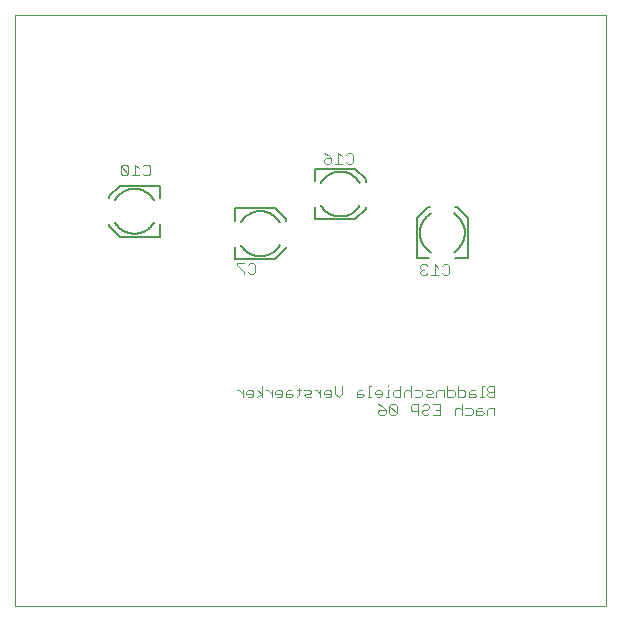
<source format=gbo>
G75*
%MOIN*%
%OFA0B0*%
%FSLAX25Y25*%
%IPPOS*%
%LPD*%
%AMOC8*
5,1,8,0,0,1.08239X$1,22.5*
%
%ADD10C,0.00394*%
%ADD11C,0.00300*%
%ADD12C,0.00800*%
D10*
X0001800Y0001800D02*
X0001800Y0198650D01*
X0198650Y0198650D01*
X0198650Y0001800D01*
X0001800Y0001800D01*
D11*
X0075690Y0073668D02*
X0076297Y0073668D01*
X0077510Y0072455D01*
X0078709Y0072455D02*
X0081135Y0072455D01*
X0081135Y0073061D02*
X0080529Y0073668D01*
X0079315Y0073668D01*
X0078709Y0073061D01*
X0078709Y0072455D01*
X0079315Y0071241D02*
X0080529Y0071241D01*
X0081135Y0071848D01*
X0081135Y0073061D01*
X0082336Y0073668D02*
X0084156Y0072455D01*
X0082336Y0071241D01*
X0084156Y0071241D02*
X0084156Y0074881D01*
X0085357Y0073668D02*
X0085964Y0073668D01*
X0087177Y0072455D01*
X0088376Y0072455D02*
X0090802Y0072455D01*
X0090802Y0073061D02*
X0090196Y0073668D01*
X0088982Y0073668D01*
X0088376Y0073061D01*
X0088376Y0072455D01*
X0088982Y0071241D02*
X0090196Y0071241D01*
X0090802Y0071848D01*
X0090802Y0073061D01*
X0092001Y0073061D02*
X0092001Y0071241D01*
X0093821Y0071241D01*
X0094428Y0071848D01*
X0093821Y0072455D01*
X0092001Y0072455D01*
X0092001Y0073061D02*
X0092607Y0073668D01*
X0093821Y0073668D01*
X0095631Y0073668D02*
X0096844Y0073668D01*
X0096238Y0074275D02*
X0096238Y0071848D01*
X0095631Y0071241D01*
X0098043Y0071848D02*
X0098649Y0072455D01*
X0099863Y0072455D01*
X0100469Y0073061D01*
X0099863Y0073668D01*
X0098043Y0073668D01*
X0098043Y0071848D02*
X0098649Y0071241D01*
X0100469Y0071241D01*
X0101670Y0073668D02*
X0102277Y0073668D01*
X0103490Y0072455D01*
X0104689Y0072455D02*
X0107115Y0072455D01*
X0107115Y0073061D02*
X0106509Y0073668D01*
X0105295Y0073668D01*
X0104689Y0073061D01*
X0104689Y0072455D01*
X0105295Y0071241D02*
X0106509Y0071241D01*
X0107115Y0071848D01*
X0107115Y0073061D01*
X0108314Y0072455D02*
X0108314Y0074881D01*
X0108314Y0072455D02*
X0109527Y0071241D01*
X0110741Y0072455D01*
X0110741Y0074881D01*
X0115564Y0073061D02*
X0115564Y0071241D01*
X0117384Y0071241D01*
X0117991Y0071848D01*
X0117384Y0072455D01*
X0115564Y0072455D01*
X0115564Y0073061D02*
X0116171Y0073668D01*
X0117384Y0073668D01*
X0119801Y0074881D02*
X0119801Y0071241D01*
X0120408Y0071241D02*
X0119194Y0071241D01*
X0121606Y0072455D02*
X0124033Y0072455D01*
X0124033Y0073061D02*
X0123426Y0073668D01*
X0122213Y0073668D01*
X0121606Y0073061D01*
X0121606Y0072455D01*
X0122213Y0071241D02*
X0123426Y0071241D01*
X0124033Y0071848D01*
X0124033Y0073061D01*
X0125843Y0073668D02*
X0125843Y0071241D01*
X0126450Y0071241D02*
X0125236Y0071241D01*
X0127648Y0071848D02*
X0127648Y0073061D01*
X0128255Y0073668D01*
X0130075Y0073668D01*
X0130075Y0074881D02*
X0130075Y0071241D01*
X0128255Y0071241D01*
X0127648Y0071848D01*
X0126450Y0073668D02*
X0125843Y0073668D01*
X0125843Y0074881D02*
X0125843Y0075488D01*
X0120408Y0074881D02*
X0119801Y0074881D01*
X0122814Y0068976D02*
X0124028Y0068369D01*
X0125241Y0067156D01*
X0123421Y0067156D01*
X0122814Y0066549D01*
X0122814Y0065943D01*
X0123421Y0065336D01*
X0124634Y0065336D01*
X0125241Y0065943D01*
X0125241Y0067156D01*
X0126440Y0068369D02*
X0126440Y0065943D01*
X0127046Y0065336D01*
X0128260Y0065336D01*
X0128866Y0065943D01*
X0126440Y0068369D01*
X0127046Y0068976D01*
X0128260Y0068976D01*
X0128866Y0068369D01*
X0128866Y0065943D01*
X0133690Y0067156D02*
X0133690Y0068369D01*
X0134297Y0068976D01*
X0136117Y0068976D01*
X0136117Y0065336D01*
X0136117Y0066549D02*
X0134297Y0066549D01*
X0133690Y0067156D01*
X0137315Y0066549D02*
X0137315Y0065943D01*
X0137922Y0065336D01*
X0139135Y0065336D01*
X0139742Y0065943D01*
X0140940Y0065336D02*
X0143367Y0065336D01*
X0143367Y0068976D01*
X0140940Y0068976D01*
X0139742Y0068369D02*
X0139742Y0067763D01*
X0139135Y0067156D01*
X0137922Y0067156D01*
X0137315Y0066549D01*
X0137315Y0068369D02*
X0137922Y0068976D01*
X0139135Y0068976D01*
X0139742Y0068369D01*
X0142153Y0067156D02*
X0143367Y0067156D01*
X0144575Y0071241D02*
X0144575Y0073668D01*
X0142755Y0073668D01*
X0142148Y0073061D01*
X0142148Y0071241D01*
X0140950Y0071241D02*
X0139130Y0071241D01*
X0138523Y0071848D01*
X0139130Y0072455D01*
X0140343Y0072455D01*
X0140950Y0073061D01*
X0140343Y0073668D01*
X0138523Y0073668D01*
X0137325Y0073061D02*
X0137325Y0071848D01*
X0136718Y0071241D01*
X0134898Y0071241D01*
X0133700Y0071241D02*
X0133700Y0074881D01*
X0133093Y0073668D02*
X0131880Y0073668D01*
X0131273Y0073061D01*
X0131273Y0071241D01*
X0133700Y0073061D02*
X0133093Y0073668D01*
X0134898Y0073668D02*
X0136718Y0073668D01*
X0137325Y0073061D01*
X0145774Y0073668D02*
X0147594Y0073668D01*
X0148200Y0073061D01*
X0148200Y0071848D01*
X0147594Y0071241D01*
X0145774Y0071241D01*
X0145774Y0074881D01*
X0149399Y0074881D02*
X0149399Y0071241D01*
X0151219Y0071241D01*
X0151825Y0071848D01*
X0151825Y0073061D01*
X0151219Y0073668D01*
X0149399Y0073668D01*
X0153024Y0073061D02*
X0153024Y0071241D01*
X0154844Y0071241D01*
X0155451Y0071848D01*
X0154844Y0072455D01*
X0153024Y0072455D01*
X0153024Y0073061D02*
X0153631Y0073668D01*
X0154844Y0073668D01*
X0157261Y0074881D02*
X0157261Y0071241D01*
X0157867Y0071241D02*
X0156654Y0071241D01*
X0159066Y0071848D02*
X0159672Y0071241D01*
X0161493Y0071241D01*
X0161493Y0074881D01*
X0159672Y0074881D01*
X0159066Y0074275D01*
X0159066Y0073668D01*
X0159672Y0073061D01*
X0161493Y0073061D01*
X0159672Y0073061D02*
X0159066Y0072455D01*
X0159066Y0071848D01*
X0157867Y0074881D02*
X0157261Y0074881D01*
X0157261Y0067763D02*
X0156047Y0067763D01*
X0155441Y0067156D01*
X0155441Y0065336D01*
X0157261Y0065336D01*
X0157867Y0065943D01*
X0157261Y0066549D01*
X0155441Y0066549D01*
X0154242Y0065943D02*
X0153636Y0065336D01*
X0151816Y0065336D01*
X0150617Y0065336D02*
X0150617Y0068976D01*
X0150010Y0067763D02*
X0148797Y0067763D01*
X0148190Y0067156D01*
X0148190Y0065336D01*
X0150617Y0067156D02*
X0150010Y0067763D01*
X0151816Y0067763D02*
X0153636Y0067763D01*
X0154242Y0067156D01*
X0154242Y0065943D01*
X0159066Y0065336D02*
X0159066Y0067156D01*
X0159672Y0067763D01*
X0161493Y0067763D01*
X0161493Y0065336D01*
X0145768Y0111911D02*
X0144554Y0111911D01*
X0143948Y0112517D01*
X0142749Y0111911D02*
X0140323Y0111911D01*
X0141536Y0111911D02*
X0141536Y0115551D01*
X0142749Y0114337D01*
X0143948Y0114944D02*
X0144554Y0115551D01*
X0145768Y0115551D01*
X0146374Y0114944D01*
X0146374Y0112517D01*
X0145768Y0111911D01*
X0139124Y0112517D02*
X0138517Y0111911D01*
X0137304Y0111911D01*
X0136697Y0112517D01*
X0136697Y0113124D01*
X0137304Y0113731D01*
X0137911Y0113731D01*
X0137304Y0113731D02*
X0136697Y0114337D01*
X0136697Y0114944D01*
X0137304Y0115551D01*
X0138517Y0115551D01*
X0139124Y0114944D01*
X0113730Y0149076D02*
X0112516Y0149076D01*
X0111910Y0149683D01*
X0110711Y0149076D02*
X0108285Y0149076D01*
X0109498Y0149076D02*
X0109498Y0152716D01*
X0110711Y0151503D01*
X0111910Y0152109D02*
X0112516Y0152716D01*
X0113730Y0152716D01*
X0114336Y0152109D01*
X0114336Y0149683D01*
X0113730Y0149076D01*
X0107086Y0149683D02*
X0106480Y0149076D01*
X0105266Y0149076D01*
X0104659Y0149683D01*
X0104659Y0150289D01*
X0105266Y0150896D01*
X0107086Y0150896D01*
X0107086Y0149683D01*
X0107086Y0150896D02*
X0105873Y0152109D01*
X0104659Y0152716D01*
X0081089Y0115905D02*
X0079876Y0115905D01*
X0079269Y0115298D01*
X0078070Y0115905D02*
X0075644Y0115905D01*
X0075644Y0115298D01*
X0078070Y0112872D01*
X0078070Y0112265D01*
X0079269Y0112872D02*
X0079876Y0112265D01*
X0081089Y0112265D01*
X0081696Y0112872D01*
X0081696Y0115298D01*
X0081089Y0115905D01*
X0046611Y0145785D02*
X0046004Y0145178D01*
X0044791Y0145178D01*
X0044184Y0145785D01*
X0042985Y0145178D02*
X0040559Y0145178D01*
X0041772Y0145178D02*
X0041772Y0148818D01*
X0042985Y0147605D01*
X0044184Y0148212D02*
X0044791Y0148818D01*
X0046004Y0148818D01*
X0046611Y0148212D01*
X0046611Y0145785D01*
X0039360Y0145785D02*
X0036934Y0148212D01*
X0036934Y0145785D01*
X0037540Y0145178D01*
X0038754Y0145178D01*
X0039360Y0145785D01*
X0039360Y0148212D01*
X0038754Y0148818D01*
X0037540Y0148818D01*
X0036934Y0148212D01*
X0077510Y0073668D02*
X0077510Y0071241D01*
X0087177Y0071241D02*
X0087177Y0073668D01*
X0103490Y0073668D02*
X0103490Y0071241D01*
D12*
X0088335Y0117351D02*
X0074950Y0117351D01*
X0074950Y0121485D01*
X0074950Y0130146D02*
X0074950Y0134280D01*
X0088335Y0134280D01*
X0091879Y0130737D01*
X0091879Y0129950D01*
X0091879Y0121485D02*
X0091879Y0120894D01*
X0088335Y0117351D01*
X0089910Y0129556D02*
X0089817Y0129713D01*
X0089720Y0129868D01*
X0089620Y0130021D01*
X0089515Y0130171D01*
X0089407Y0130318D01*
X0089296Y0130463D01*
X0089181Y0130605D01*
X0089062Y0130744D01*
X0088940Y0130881D01*
X0088815Y0131014D01*
X0088687Y0131144D01*
X0088555Y0131271D01*
X0088421Y0131395D01*
X0088283Y0131515D01*
X0088143Y0131632D01*
X0088000Y0131746D01*
X0087854Y0131856D01*
X0087705Y0131962D01*
X0087554Y0132065D01*
X0087401Y0132164D01*
X0087245Y0132259D01*
X0087086Y0132351D01*
X0086926Y0132438D01*
X0086764Y0132522D01*
X0086599Y0132602D01*
X0086433Y0132677D01*
X0086265Y0132749D01*
X0086095Y0132816D01*
X0085923Y0132880D01*
X0085750Y0132939D01*
X0085576Y0132993D01*
X0085400Y0133044D01*
X0085224Y0133090D01*
X0085046Y0133132D01*
X0084867Y0133170D01*
X0084687Y0133203D01*
X0084507Y0133232D01*
X0084326Y0133256D01*
X0084144Y0133276D01*
X0083962Y0133292D01*
X0083779Y0133303D01*
X0083597Y0133310D01*
X0083414Y0133312D01*
X0083231Y0133310D01*
X0083049Y0133303D01*
X0082866Y0133292D01*
X0082684Y0133276D01*
X0082502Y0133256D01*
X0082321Y0133232D01*
X0082141Y0133203D01*
X0081961Y0133170D01*
X0081782Y0133132D01*
X0081604Y0133090D01*
X0081428Y0133044D01*
X0081252Y0132993D01*
X0081078Y0132939D01*
X0080905Y0132880D01*
X0080733Y0132816D01*
X0080563Y0132749D01*
X0080395Y0132677D01*
X0080229Y0132602D01*
X0080064Y0132522D01*
X0079902Y0132438D01*
X0079742Y0132351D01*
X0079583Y0132259D01*
X0079427Y0132164D01*
X0079274Y0132065D01*
X0079123Y0131962D01*
X0078974Y0131856D01*
X0078828Y0131746D01*
X0078685Y0131632D01*
X0078545Y0131515D01*
X0078407Y0131395D01*
X0078273Y0131271D01*
X0078141Y0131144D01*
X0078013Y0131014D01*
X0077888Y0130881D01*
X0077766Y0130744D01*
X0077647Y0130605D01*
X0077532Y0130463D01*
X0077421Y0130318D01*
X0077313Y0130171D01*
X0077208Y0130021D01*
X0077108Y0129868D01*
X0077011Y0129713D01*
X0076918Y0129556D01*
X0076918Y0122076D02*
X0077011Y0121919D01*
X0077108Y0121764D01*
X0077208Y0121611D01*
X0077313Y0121461D01*
X0077421Y0121314D01*
X0077532Y0121169D01*
X0077647Y0121027D01*
X0077766Y0120888D01*
X0077888Y0120751D01*
X0078013Y0120618D01*
X0078141Y0120488D01*
X0078273Y0120361D01*
X0078407Y0120237D01*
X0078545Y0120117D01*
X0078685Y0120000D01*
X0078828Y0119886D01*
X0078974Y0119776D01*
X0079123Y0119670D01*
X0079274Y0119567D01*
X0079427Y0119468D01*
X0079583Y0119373D01*
X0079742Y0119281D01*
X0079902Y0119194D01*
X0080064Y0119110D01*
X0080229Y0119030D01*
X0080395Y0118955D01*
X0080563Y0118883D01*
X0080733Y0118816D01*
X0080905Y0118752D01*
X0081078Y0118693D01*
X0081252Y0118639D01*
X0081428Y0118588D01*
X0081604Y0118542D01*
X0081782Y0118500D01*
X0081961Y0118462D01*
X0082141Y0118429D01*
X0082321Y0118400D01*
X0082502Y0118376D01*
X0082684Y0118356D01*
X0082866Y0118340D01*
X0083049Y0118329D01*
X0083231Y0118322D01*
X0083414Y0118320D01*
X0083597Y0118322D01*
X0083779Y0118329D01*
X0083962Y0118340D01*
X0084144Y0118356D01*
X0084326Y0118376D01*
X0084507Y0118400D01*
X0084687Y0118429D01*
X0084867Y0118462D01*
X0085046Y0118500D01*
X0085224Y0118542D01*
X0085400Y0118588D01*
X0085576Y0118639D01*
X0085750Y0118693D01*
X0085923Y0118752D01*
X0086095Y0118816D01*
X0086265Y0118883D01*
X0086433Y0118955D01*
X0086599Y0119030D01*
X0086764Y0119110D01*
X0086926Y0119194D01*
X0087086Y0119281D01*
X0087245Y0119373D01*
X0087401Y0119468D01*
X0087554Y0119567D01*
X0087705Y0119670D01*
X0087854Y0119776D01*
X0088000Y0119886D01*
X0088143Y0120000D01*
X0088283Y0120117D01*
X0088421Y0120237D01*
X0088555Y0120361D01*
X0088687Y0120488D01*
X0088815Y0120618D01*
X0088940Y0120751D01*
X0089062Y0120888D01*
X0089181Y0121027D01*
X0089296Y0121169D01*
X0089407Y0121314D01*
X0089515Y0121461D01*
X0089620Y0121611D01*
X0089720Y0121764D01*
X0089817Y0121919D01*
X0089910Y0122076D01*
X0101603Y0130540D02*
X0114989Y0130540D01*
X0118532Y0134083D01*
X0118532Y0134674D01*
X0118532Y0143139D02*
X0118532Y0143926D01*
X0114989Y0147469D01*
X0101603Y0147469D01*
X0101603Y0143335D01*
X0101603Y0134674D02*
X0101603Y0130540D01*
X0103572Y0142745D02*
X0103665Y0142902D01*
X0103762Y0143057D01*
X0103862Y0143210D01*
X0103967Y0143360D01*
X0104075Y0143507D01*
X0104186Y0143652D01*
X0104301Y0143794D01*
X0104420Y0143933D01*
X0104542Y0144070D01*
X0104667Y0144203D01*
X0104795Y0144333D01*
X0104927Y0144460D01*
X0105061Y0144584D01*
X0105199Y0144704D01*
X0105339Y0144821D01*
X0105482Y0144935D01*
X0105628Y0145045D01*
X0105777Y0145151D01*
X0105928Y0145254D01*
X0106081Y0145353D01*
X0106237Y0145448D01*
X0106396Y0145540D01*
X0106556Y0145627D01*
X0106718Y0145711D01*
X0106883Y0145791D01*
X0107049Y0145866D01*
X0107217Y0145938D01*
X0107387Y0146005D01*
X0107559Y0146069D01*
X0107732Y0146128D01*
X0107906Y0146182D01*
X0108082Y0146233D01*
X0108258Y0146279D01*
X0108436Y0146321D01*
X0108615Y0146359D01*
X0108795Y0146392D01*
X0108975Y0146421D01*
X0109156Y0146445D01*
X0109338Y0146465D01*
X0109520Y0146481D01*
X0109703Y0146492D01*
X0109885Y0146499D01*
X0110068Y0146501D01*
X0110251Y0146499D01*
X0110433Y0146492D01*
X0110616Y0146481D01*
X0110798Y0146465D01*
X0110980Y0146445D01*
X0111161Y0146421D01*
X0111341Y0146392D01*
X0111521Y0146359D01*
X0111700Y0146321D01*
X0111878Y0146279D01*
X0112054Y0146233D01*
X0112230Y0146182D01*
X0112404Y0146128D01*
X0112577Y0146069D01*
X0112749Y0146005D01*
X0112919Y0145938D01*
X0113087Y0145866D01*
X0113253Y0145791D01*
X0113418Y0145711D01*
X0113580Y0145627D01*
X0113740Y0145540D01*
X0113899Y0145448D01*
X0114055Y0145353D01*
X0114208Y0145254D01*
X0114359Y0145151D01*
X0114508Y0145045D01*
X0114654Y0144935D01*
X0114797Y0144821D01*
X0114937Y0144704D01*
X0115075Y0144584D01*
X0115209Y0144460D01*
X0115341Y0144333D01*
X0115469Y0144203D01*
X0115594Y0144070D01*
X0115716Y0143933D01*
X0115835Y0143794D01*
X0115950Y0143652D01*
X0116061Y0143507D01*
X0116169Y0143360D01*
X0116274Y0143210D01*
X0116374Y0143057D01*
X0116471Y0142902D01*
X0116564Y0142745D01*
X0116564Y0135265D02*
X0116471Y0135108D01*
X0116374Y0134953D01*
X0116274Y0134800D01*
X0116169Y0134650D01*
X0116061Y0134503D01*
X0115950Y0134358D01*
X0115835Y0134216D01*
X0115716Y0134077D01*
X0115594Y0133940D01*
X0115469Y0133807D01*
X0115341Y0133677D01*
X0115209Y0133550D01*
X0115075Y0133426D01*
X0114937Y0133306D01*
X0114797Y0133189D01*
X0114654Y0133075D01*
X0114508Y0132965D01*
X0114359Y0132859D01*
X0114208Y0132756D01*
X0114055Y0132657D01*
X0113899Y0132562D01*
X0113740Y0132470D01*
X0113580Y0132383D01*
X0113418Y0132299D01*
X0113253Y0132219D01*
X0113087Y0132144D01*
X0112919Y0132072D01*
X0112749Y0132005D01*
X0112577Y0131941D01*
X0112404Y0131882D01*
X0112230Y0131828D01*
X0112054Y0131777D01*
X0111878Y0131731D01*
X0111700Y0131689D01*
X0111521Y0131651D01*
X0111341Y0131618D01*
X0111161Y0131589D01*
X0110980Y0131565D01*
X0110798Y0131545D01*
X0110616Y0131529D01*
X0110433Y0131518D01*
X0110251Y0131511D01*
X0110068Y0131509D01*
X0109885Y0131511D01*
X0109703Y0131518D01*
X0109520Y0131529D01*
X0109338Y0131545D01*
X0109156Y0131565D01*
X0108975Y0131589D01*
X0108795Y0131618D01*
X0108615Y0131651D01*
X0108436Y0131689D01*
X0108258Y0131731D01*
X0108082Y0131777D01*
X0107906Y0131828D01*
X0107732Y0131882D01*
X0107559Y0131941D01*
X0107387Y0132005D01*
X0107217Y0132072D01*
X0107049Y0132144D01*
X0106883Y0132219D01*
X0106718Y0132299D01*
X0106556Y0132383D01*
X0106396Y0132470D01*
X0106237Y0132562D01*
X0106081Y0132657D01*
X0105928Y0132756D01*
X0105777Y0132859D01*
X0105628Y0132965D01*
X0105482Y0133075D01*
X0105339Y0133189D01*
X0105199Y0133306D01*
X0105061Y0133426D01*
X0104927Y0133550D01*
X0104795Y0133677D01*
X0104667Y0133807D01*
X0104542Y0133940D01*
X0104420Y0134077D01*
X0104301Y0134216D01*
X0104186Y0134358D01*
X0104075Y0134503D01*
X0103967Y0134650D01*
X0103862Y0134800D01*
X0103762Y0134953D01*
X0103665Y0135108D01*
X0103572Y0135265D01*
X0135658Y0131052D02*
X0135658Y0117666D01*
X0139792Y0117666D01*
X0148454Y0117666D02*
X0152587Y0117666D01*
X0152587Y0131052D01*
X0149044Y0134595D01*
X0148454Y0134595D01*
X0139989Y0134595D02*
X0139202Y0134595D01*
X0135658Y0131052D01*
X0147863Y0132627D02*
X0148020Y0132534D01*
X0148175Y0132437D01*
X0148328Y0132337D01*
X0148478Y0132232D01*
X0148625Y0132124D01*
X0148770Y0132013D01*
X0148912Y0131898D01*
X0149051Y0131779D01*
X0149188Y0131657D01*
X0149321Y0131532D01*
X0149451Y0131404D01*
X0149578Y0131272D01*
X0149702Y0131138D01*
X0149822Y0131000D01*
X0149939Y0130860D01*
X0150053Y0130717D01*
X0150163Y0130571D01*
X0150269Y0130422D01*
X0150372Y0130271D01*
X0150471Y0130118D01*
X0150566Y0129962D01*
X0150658Y0129803D01*
X0150745Y0129643D01*
X0150829Y0129481D01*
X0150909Y0129316D01*
X0150984Y0129150D01*
X0151056Y0128982D01*
X0151123Y0128812D01*
X0151187Y0128640D01*
X0151246Y0128467D01*
X0151300Y0128293D01*
X0151351Y0128117D01*
X0151397Y0127941D01*
X0151439Y0127763D01*
X0151477Y0127584D01*
X0151510Y0127404D01*
X0151539Y0127224D01*
X0151563Y0127043D01*
X0151583Y0126861D01*
X0151599Y0126679D01*
X0151610Y0126496D01*
X0151617Y0126314D01*
X0151619Y0126131D01*
X0151617Y0125948D01*
X0151610Y0125766D01*
X0151599Y0125583D01*
X0151583Y0125401D01*
X0151563Y0125219D01*
X0151539Y0125038D01*
X0151510Y0124858D01*
X0151477Y0124678D01*
X0151439Y0124499D01*
X0151397Y0124321D01*
X0151351Y0124145D01*
X0151300Y0123969D01*
X0151246Y0123795D01*
X0151187Y0123622D01*
X0151123Y0123450D01*
X0151056Y0123280D01*
X0150984Y0123112D01*
X0150909Y0122946D01*
X0150829Y0122781D01*
X0150745Y0122619D01*
X0150658Y0122459D01*
X0150566Y0122300D01*
X0150471Y0122144D01*
X0150372Y0121991D01*
X0150269Y0121840D01*
X0150163Y0121691D01*
X0150053Y0121545D01*
X0149939Y0121402D01*
X0149822Y0121262D01*
X0149702Y0121124D01*
X0149578Y0120990D01*
X0149451Y0120858D01*
X0149321Y0120730D01*
X0149188Y0120605D01*
X0149051Y0120483D01*
X0148912Y0120364D01*
X0148770Y0120249D01*
X0148625Y0120138D01*
X0148478Y0120030D01*
X0148328Y0119925D01*
X0148175Y0119825D01*
X0148020Y0119728D01*
X0147863Y0119635D01*
X0140383Y0119635D02*
X0140226Y0119728D01*
X0140071Y0119825D01*
X0139918Y0119925D01*
X0139768Y0120030D01*
X0139621Y0120138D01*
X0139476Y0120249D01*
X0139334Y0120364D01*
X0139195Y0120483D01*
X0139058Y0120605D01*
X0138925Y0120730D01*
X0138795Y0120858D01*
X0138668Y0120990D01*
X0138544Y0121124D01*
X0138424Y0121262D01*
X0138307Y0121402D01*
X0138193Y0121545D01*
X0138083Y0121691D01*
X0137977Y0121840D01*
X0137874Y0121991D01*
X0137775Y0122144D01*
X0137680Y0122300D01*
X0137588Y0122459D01*
X0137501Y0122619D01*
X0137417Y0122781D01*
X0137337Y0122946D01*
X0137262Y0123112D01*
X0137190Y0123280D01*
X0137123Y0123450D01*
X0137059Y0123622D01*
X0137000Y0123795D01*
X0136946Y0123969D01*
X0136895Y0124145D01*
X0136849Y0124321D01*
X0136807Y0124499D01*
X0136769Y0124678D01*
X0136736Y0124858D01*
X0136707Y0125038D01*
X0136683Y0125219D01*
X0136663Y0125401D01*
X0136647Y0125583D01*
X0136636Y0125766D01*
X0136629Y0125948D01*
X0136627Y0126131D01*
X0136629Y0126314D01*
X0136636Y0126496D01*
X0136647Y0126679D01*
X0136663Y0126861D01*
X0136683Y0127043D01*
X0136707Y0127224D01*
X0136736Y0127404D01*
X0136769Y0127584D01*
X0136807Y0127763D01*
X0136849Y0127941D01*
X0136895Y0128117D01*
X0136946Y0128293D01*
X0137000Y0128467D01*
X0137059Y0128640D01*
X0137123Y0128812D01*
X0137190Y0128982D01*
X0137262Y0129150D01*
X0137337Y0129316D01*
X0137417Y0129481D01*
X0137501Y0129643D01*
X0137588Y0129803D01*
X0137680Y0129962D01*
X0137775Y0130118D01*
X0137874Y0130271D01*
X0137977Y0130422D01*
X0138083Y0130571D01*
X0138193Y0130717D01*
X0138307Y0130860D01*
X0138424Y0131000D01*
X0138544Y0131138D01*
X0138668Y0131272D01*
X0138795Y0131404D01*
X0138925Y0131532D01*
X0139058Y0131657D01*
X0139195Y0131779D01*
X0139334Y0131898D01*
X0139476Y0132013D01*
X0139621Y0132124D01*
X0139768Y0132232D01*
X0139918Y0132337D01*
X0140071Y0132437D01*
X0140226Y0132534D01*
X0140383Y0132627D01*
X0049950Y0128965D02*
X0049950Y0124831D01*
X0036564Y0124831D01*
X0033020Y0128375D01*
X0033020Y0129162D01*
X0033020Y0137627D02*
X0033020Y0138217D01*
X0036564Y0141761D01*
X0049950Y0141761D01*
X0049950Y0137627D01*
X0047981Y0137036D02*
X0047888Y0137193D01*
X0047791Y0137348D01*
X0047691Y0137501D01*
X0047586Y0137651D01*
X0047478Y0137798D01*
X0047367Y0137943D01*
X0047252Y0138085D01*
X0047133Y0138224D01*
X0047011Y0138361D01*
X0046886Y0138494D01*
X0046758Y0138624D01*
X0046626Y0138751D01*
X0046492Y0138875D01*
X0046354Y0138995D01*
X0046214Y0139112D01*
X0046071Y0139226D01*
X0045925Y0139336D01*
X0045776Y0139442D01*
X0045625Y0139545D01*
X0045472Y0139644D01*
X0045316Y0139739D01*
X0045157Y0139831D01*
X0044997Y0139918D01*
X0044835Y0140002D01*
X0044670Y0140082D01*
X0044504Y0140157D01*
X0044336Y0140229D01*
X0044166Y0140296D01*
X0043994Y0140360D01*
X0043821Y0140419D01*
X0043647Y0140473D01*
X0043471Y0140524D01*
X0043295Y0140570D01*
X0043117Y0140612D01*
X0042938Y0140650D01*
X0042758Y0140683D01*
X0042578Y0140712D01*
X0042397Y0140736D01*
X0042215Y0140756D01*
X0042033Y0140772D01*
X0041850Y0140783D01*
X0041668Y0140790D01*
X0041485Y0140792D01*
X0041302Y0140790D01*
X0041120Y0140783D01*
X0040937Y0140772D01*
X0040755Y0140756D01*
X0040573Y0140736D01*
X0040392Y0140712D01*
X0040212Y0140683D01*
X0040032Y0140650D01*
X0039853Y0140612D01*
X0039675Y0140570D01*
X0039499Y0140524D01*
X0039323Y0140473D01*
X0039149Y0140419D01*
X0038976Y0140360D01*
X0038804Y0140296D01*
X0038634Y0140229D01*
X0038466Y0140157D01*
X0038300Y0140082D01*
X0038135Y0140002D01*
X0037973Y0139918D01*
X0037813Y0139831D01*
X0037654Y0139739D01*
X0037498Y0139644D01*
X0037345Y0139545D01*
X0037194Y0139442D01*
X0037045Y0139336D01*
X0036899Y0139226D01*
X0036756Y0139112D01*
X0036616Y0138995D01*
X0036478Y0138875D01*
X0036344Y0138751D01*
X0036212Y0138624D01*
X0036084Y0138494D01*
X0035959Y0138361D01*
X0035837Y0138224D01*
X0035718Y0138085D01*
X0035603Y0137943D01*
X0035492Y0137798D01*
X0035384Y0137651D01*
X0035279Y0137501D01*
X0035179Y0137348D01*
X0035082Y0137193D01*
X0034989Y0137036D01*
X0034989Y0129556D02*
X0035082Y0129399D01*
X0035179Y0129244D01*
X0035279Y0129091D01*
X0035384Y0128941D01*
X0035492Y0128794D01*
X0035603Y0128649D01*
X0035718Y0128507D01*
X0035837Y0128368D01*
X0035959Y0128231D01*
X0036084Y0128098D01*
X0036212Y0127968D01*
X0036344Y0127841D01*
X0036478Y0127717D01*
X0036616Y0127597D01*
X0036756Y0127480D01*
X0036899Y0127366D01*
X0037045Y0127256D01*
X0037194Y0127150D01*
X0037345Y0127047D01*
X0037498Y0126948D01*
X0037654Y0126853D01*
X0037813Y0126761D01*
X0037973Y0126674D01*
X0038135Y0126590D01*
X0038300Y0126510D01*
X0038466Y0126435D01*
X0038634Y0126363D01*
X0038804Y0126296D01*
X0038976Y0126232D01*
X0039149Y0126173D01*
X0039323Y0126119D01*
X0039499Y0126068D01*
X0039675Y0126022D01*
X0039853Y0125980D01*
X0040032Y0125942D01*
X0040212Y0125909D01*
X0040392Y0125880D01*
X0040573Y0125856D01*
X0040755Y0125836D01*
X0040937Y0125820D01*
X0041120Y0125809D01*
X0041302Y0125802D01*
X0041485Y0125800D01*
X0041668Y0125802D01*
X0041850Y0125809D01*
X0042033Y0125820D01*
X0042215Y0125836D01*
X0042397Y0125856D01*
X0042578Y0125880D01*
X0042758Y0125909D01*
X0042938Y0125942D01*
X0043117Y0125980D01*
X0043295Y0126022D01*
X0043471Y0126068D01*
X0043647Y0126119D01*
X0043821Y0126173D01*
X0043994Y0126232D01*
X0044166Y0126296D01*
X0044336Y0126363D01*
X0044504Y0126435D01*
X0044670Y0126510D01*
X0044835Y0126590D01*
X0044997Y0126674D01*
X0045157Y0126761D01*
X0045316Y0126853D01*
X0045472Y0126948D01*
X0045625Y0127047D01*
X0045776Y0127150D01*
X0045925Y0127256D01*
X0046071Y0127366D01*
X0046214Y0127480D01*
X0046354Y0127597D01*
X0046492Y0127717D01*
X0046626Y0127841D01*
X0046758Y0127968D01*
X0046886Y0128098D01*
X0047011Y0128231D01*
X0047133Y0128368D01*
X0047252Y0128507D01*
X0047367Y0128649D01*
X0047478Y0128794D01*
X0047586Y0128941D01*
X0047691Y0129091D01*
X0047791Y0129244D01*
X0047888Y0129399D01*
X0047981Y0129556D01*
M02*

</source>
